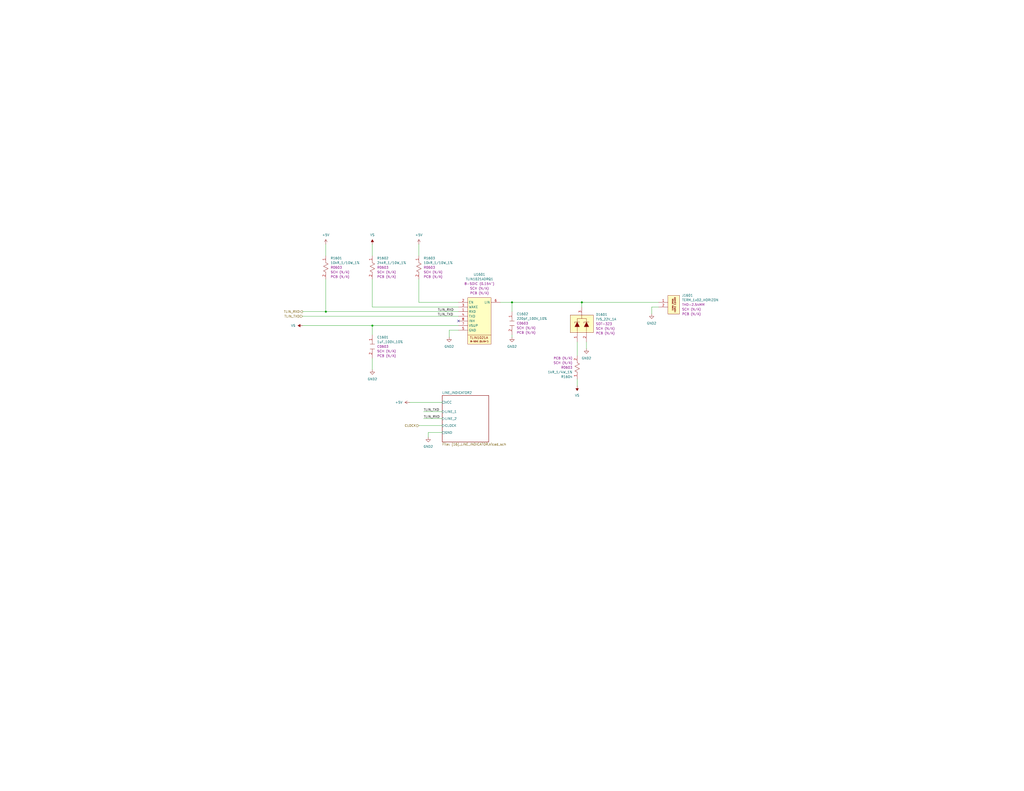
<source format=kicad_sch>
(kicad_sch (version 20231120) (generator "eeschema") (generator_version "8.0")
  (paper "C")
  (title_block (comment 2 "RELEASED"))
  (lib_symbols
    (symbol "_SCHLIB_ESP32-IsoLink:CAP_MLCC_1uF_100V_10%_X7R_C0603" (exclude_from_sim yes)
      (property "Reference" "C" (at 2.794 3.81 0))
      (property "Value" "1uF_100V_10%" (at 2.794 6.096 0))
      (property "Package" "C0603" (at 2.794 11.43 0))
      (property "SCH CHECK" "SCH (N/A)" (at 2.794 16.256 0))
      (property "PCB CHECk" "PCB (N/A)" (at 2.794 19.05 0))
      (symbol "CAP_MLCC_1uF_100V_10%_X7R_C0603_0_1"
        (polyline private (pts (xy 2.54 2.54) (xy 27.94 2.54)))
        (polyline private (pts (xy 2.54 5.08) (xy 27.94 5.08)))
        (polyline private (pts (xy 2.54 7.62) (xy 27.94 7.62)))
        (polyline private (pts (xy 2.54 10.16) (xy 27.94 10.16)))
        (polyline private (pts (xy 2.54 12.7) (xy 27.94 12.7)))
        (polyline private (pts (xy 2.54 15.24) (xy 27.94 15.24)))
        (polyline private (pts (xy 2.54 17.78) (xy 27.94 17.78)))
        (polyline private (pts (xy 2.54 20.32) (xy 27.94 20.32)))
        (polyline private (pts (xy 2.54 22.86) (xy 27.94 22.86)))
        (polyline private (pts (xy 2.54 25.4) (xy 27.94 25.4)))
        (polyline private (pts (xy 2.54 27.94) (xy 27.94 27.94)))
        (polyline private (pts (xy 2.54 30.48) (xy 27.94 30.48)))
        (polyline private (pts (xy 2.54 33.02) (xy 27.94 33.02)))
        (polyline private (pts (xy 2.54 35.56) (xy 27.94 35.56)))
        (polyline private (pts (xy 2.54 38.1) (xy 27.94 38.1)))
        (polyline private (pts (xy 2.54 40.64) (xy 27.94 40.64)))
        (polyline private (pts (xy 2.54 43.18) (xy 27.94 43.18)))
        (polyline private (pts (xy 2.54 45.72) (xy 27.94 45.72)))
        (polyline private (pts (xy 2.54 48.26) (xy 27.94 48.26)))
        (polyline private (pts (xy 2.54 50.8) (xy 27.94 50.8)))
        (polyline (pts (xy 5.08 1.27) (xy 5.08 -1.27)))
        (polyline (pts (xy 7.62 1.27) (xy 7.62 -1.27)))
      )
      (symbol "CAP_MLCC_1uF_100V_10%_X7R_C0603_1_1"
        (pin passive line (at 0 0 0) (length 5.08) (name "") (number "1"))
        (pin passive line (at 12.7 0 180) (length 5.08) (name "") (number "2"))
      )
    )
    (symbol "_SCHLIB_ESP32-IsoLink:CAP_MLCC_220pF_100V_10%_X7R_C0603" (exclude_from_sim yes)
      (property "Reference" "C" (at 2.794 3.81 0))
      (property "Value" "220pF_100V_10%" (at 2.794 6.096 0))
      (property "Package" "C0603" (at 2.794 11.43 0))
      (property "SCH CHECK" "SCH (N/A)" (at 2.794 16.256 0))
      (property "PCB CHECk" "PCB (N/A)" (at 2.794 19.05 0))
      (symbol "CAP_MLCC_220pF_100V_10%_X7R_C0603_0_1"
        (polyline private (pts (xy 2.54 2.54) (xy 27.94 2.54)))
        (polyline private (pts (xy 2.54 5.08) (xy 27.94 5.08)))
        (polyline private (pts (xy 2.54 7.62) (xy 27.94 7.62)))
        (polyline private (pts (xy 2.54 10.16) (xy 27.94 10.16)))
        (polyline private (pts (xy 2.54 12.7) (xy 27.94 12.7)))
        (polyline private (pts (xy 2.54 15.24) (xy 27.94 15.24)))
        (polyline private (pts (xy 2.54 17.78) (xy 27.94 17.78)))
        (polyline private (pts (xy 2.54 20.32) (xy 27.94 20.32)))
        (polyline private (pts (xy 2.54 22.86) (xy 27.94 22.86)))
        (polyline private (pts (xy 2.54 25.4) (xy 27.94 25.4)))
        (polyline private (pts (xy 2.54 27.94) (xy 27.94 27.94)))
        (polyline private (pts (xy 2.54 30.48) (xy 27.94 30.48)))
        (polyline private (pts (xy 2.54 33.02) (xy 27.94 33.02)))
        (polyline private (pts (xy 2.54 35.56) (xy 27.94 35.56)))
        (polyline private (pts (xy 2.54 38.1) (xy 27.94 38.1)))
        (polyline private (pts (xy 2.54 40.64) (xy 27.94 40.64)))
        (polyline private (pts (xy 2.54 43.18) (xy 27.94 43.18)))
        (polyline private (pts (xy 2.54 45.72) (xy 27.94 45.72)))
        (polyline private (pts (xy 2.54 48.26) (xy 27.94 48.26)))
        (polyline private (pts (xy 2.54 50.8) (xy 27.94 50.8)))
        (polyline (pts (xy 5.08 1.27) (xy 5.08 -1.27)))
        (polyline (pts (xy 7.62 1.27) (xy 7.62 -1.27)))
      )
      (symbol "CAP_MLCC_220pF_100V_10%_X7R_C0603_1_1"
        (pin passive line (at 0 0 0) (length 5.08) (name "") (number "1"))
        (pin passive line (at 12.7 0 180) (length 5.08) (name "") (number "2"))
      )
    )
    (symbol "_SCHLIB_ESP32-IsoLink:CONN_TERM BLK_1x2_150V_6A_HORIZON_THD-2.54MM" (exclude_from_sim yes)
      (property "Reference" "J" (at 2.794 3.81 0))
      (property "Value" "TERM_1x02_HORIZON" (at 2.794 6.096 0))
      (property "Package" "THD-2.54MM" (at 2.794 11.43 0))
      (property "SCH CHECK" "SCH (N/A)" (at 2.794 16.256 0))
      (property "PCB CHECk" "PCB (N/A)" (at 2.794 19.05 0))
      (symbol "CONN_TERM BLK_1x2_150V_6A_HORIZON_THD-2.54MM_0_1"
        (polyline private (pts (xy 2.54 2.54) (xy 27.94 2.54)))
        (polyline private (pts (xy 2.54 5.08) (xy 27.94 5.08)))
        (polyline private (pts (xy 2.54 7.62) (xy 27.94 7.62)))
        (polyline private (pts (xy 2.54 10.16) (xy 27.94 10.16)))
        (polyline private (pts (xy 2.54 12.7) (xy 27.94 12.7)))
        (polyline private (pts (xy 2.54 15.24) (xy 27.94 15.24)))
        (polyline private (pts (xy 2.54 17.78) (xy 27.94 17.78)))
        (polyline private (pts (xy 2.54 20.32) (xy 27.94 20.32)))
        (polyline private (pts (xy 2.54 22.86) (xy 27.94 22.86)))
        (polyline private (pts (xy 2.54 25.4) (xy 27.94 25.4)))
        (polyline private (pts (xy 2.54 27.94) (xy 27.94 27.94)))
        (polyline private (pts (xy 2.54 30.48) (xy 27.94 30.48)))
        (polyline private (pts (xy 2.54 33.02) (xy 27.94 33.02)))
        (polyline private (pts (xy 2.54 35.56) (xy 27.94 35.56)))
        (polyline private (pts (xy 2.54 38.1) (xy 27.94 38.1)))
        (polyline private (pts (xy 2.54 40.64) (xy 27.94 40.64)))
        (polyline private (pts (xy 2.54 43.18) (xy 27.94 43.18)))
        (polyline private (pts (xy 2.54 45.72) (xy 27.94 45.72)))
        (polyline private (pts (xy 2.54 48.26) (xy 27.94 48.26)))
        (polyline private (pts (xy 2.54 50.8) (xy 27.94 50.8)))
      )
      (symbol "CONN_TERM BLK_1x2_150V_6A_HORIZON_THD-2.54MM_1_1"
        (rectangle (start 0 0) (end 6.35 -10.16) (fill (type background)))
        (text "TERM 2POS\nHORIZ 2.54MM" (at 3.302 -5.08 900) (effects (font (size 0.762 0.762))))
        (pin passive line (at -5.08 -3.81 0) (length 5.08) (name "") (number "1"))
        (pin passive line (at -5.08 -6.35 0) (length 5.08) (name "") (number "2"))
      )
    )
    (symbol "_SCHLIB_ESP32-IsoLink:DIODE_TVS_MMBZ27VCWT3G_Uni-Dir_2CH_22V_25.65V_1A(10/1000µs)_SOT-323" (exclude_from_sim yes)
      (property "Reference" "D" (at 2.794 3.81 0))
      (property "Value" "TVS_22V_1A" (at 2.794 6.096 0))
      (property "Package" "SOT-323" (at 2.794 11.43 0))
      (property "SCH CHECK" "SCH (N/A)" (at 2.794 16.256 0))
      (property "PCB CHECk" "PCB (N/A)" (at 2.794 19.05 0))
      (symbol "DIODE_TVS_MMBZ27VCWT3G_Uni-Dir_2CH_22V_25.65V_1A(10/1000µs)_SOT-323_0_1"
        (polyline private (pts (xy 2.54 2.54) (xy 27.94 2.54)))
        (polyline private (pts (xy 2.54 5.08) (xy 27.94 5.08)))
        (polyline private (pts (xy 2.54 7.62) (xy 27.94 7.62)))
        (polyline private (pts (xy 2.54 10.16) (xy 27.94 10.16)))
        (polyline private (pts (xy 2.54 12.7) (xy 27.94 12.7)))
        (polyline private (pts (xy 2.54 15.24) (xy 27.94 15.24)))
        (polyline private (pts (xy 2.54 17.78) (xy 27.94 17.78)))
        (polyline private (pts (xy 2.54 20.32) (xy 27.94 20.32)))
        (polyline private (pts (xy 2.54 22.86) (xy 27.94 22.86)))
        (polyline private (pts (xy 2.54 25.4) (xy 27.94 25.4)))
        (polyline private (pts (xy 2.54 27.94) (xy 27.94 27.94)))
        (polyline private (pts (xy 2.54 30.48) (xy 27.94 30.48)))
        (polyline private (pts (xy 2.54 33.02) (xy 27.94 33.02)))
        (polyline private (pts (xy 2.54 35.56) (xy 27.94 35.56)))
        (polyline private (pts (xy 2.54 38.1) (xy 27.94 38.1)))
        (polyline private (pts (xy 2.54 40.64) (xy 27.94 40.64)))
        (polyline private (pts (xy 2.54 43.18) (xy 27.94 43.18)))
        (polyline private (pts (xy 2.54 45.72) (xy 27.94 45.72)))
        (polyline private (pts (xy 2.54 48.26) (xy 27.94 48.26)))
        (polyline private (pts (xy 2.54 50.8) (xy 27.94 50.8)))
      )
      (symbol "DIODE_TVS_MMBZ27VCWT3G_Uni-Dir_2CH_22V_25.65V_1A(10/1000µs)_SOT-323_1_1"
        (polyline (pts (xy 3.175 -8.89) (xy 0 -8.89)))
        (polyline (pts (xy 3.175 -3.81) (xy 0 -3.81)))
        (polyline (pts (xy 7.62 -6.35) (xy 8.89 -6.35)))
        (polyline (pts (xy 5.842 -10.287) (xy 5.842 -7.493) (xy 5.08 -7.493)))
        (polyline (pts (xy 5.842 -5.207) (xy 5.842 -2.413) (xy 5.08 -2.413)))
        (polyline (pts (xy 3.175 -7.62) (xy 3.175 -10.16) (xy 5.715 -8.89) (xy 3.175 -7.62)) (fill (type outline)))
        (polyline (pts (xy 3.175 -2.54) (xy 3.175 -5.08) (xy 5.715 -3.81) (xy 3.175 -2.54)) (fill (type outline)))
        (polyline (pts (xy 5.715 -3.81) (xy 7.62 -3.81) (xy 7.62 -8.89) (xy 5.715 -8.89)))
        (rectangle (start 0 0) (end 9.525 -12.7) (fill (type background)))
        (pin passive line (at -5.08 -3.81 0) (length 5.08) (name "") (number "1"))
        (pin passive line (at -5.08 -8.89 0) (length 5.08) (name "") (number "2"))
        (pin passive line (at 13.97 -6.35 180) (length 5.08) (name "") (number "3"))
      )
    )
    (symbol "_SCHLIB_ESP32-IsoLink:IC_Tranceiver_TLIN1021ADRQ1_LIN_Half-Duplex_1/1_8-SOIC (0.154{dblquote})" (exclude_from_sim yes)
      (property "Reference" "U" (at 2.794 3.81 0))
      (property "Value" "TLIN1021ADRQ1" (at 2.794 6.096 0))
      (property "Package" "8-SOIC (0.154\")" (at 2.794 11.43 0))
      (property "SCH CHECK" "SCH (N/A)" (at 2.794 16.256 0))
      (property "PCB CHECk" "PCB (N/A)" (at 2.794 19.05 0))
      (symbol "IC_Tranceiver_TLIN1021ADRQ1_LIN_Half-Duplex_1/1_8-SOIC (0.154{dblquote})_0_1"
        (polyline private (pts (xy 2.54 2.54) (xy 27.94 2.54)))
        (polyline private (pts (xy 2.54 5.08) (xy 27.94 5.08)))
        (polyline private (pts (xy 2.54 7.62) (xy 27.94 7.62)))
        (polyline private (pts (xy 2.54 10.16) (xy 27.94 10.16)))
        (polyline private (pts (xy 2.54 12.7) (xy 27.94 12.7)))
        (polyline private (pts (xy 2.54 15.24) (xy 27.94 15.24)))
        (polyline private (pts (xy 2.54 17.78) (xy 27.94 17.78)))
        (polyline private (pts (xy 2.54 20.32) (xy 27.94 20.32)))
        (polyline private (pts (xy 2.54 22.86) (xy 27.94 22.86)))
        (polyline private (pts (xy 2.54 25.4) (xy 27.94 25.4)))
        (polyline private (pts (xy 2.54 27.94) (xy 27.94 27.94)))
        (polyline private (pts (xy 2.54 30.48) (xy 27.94 30.48)))
        (polyline private (pts (xy 2.54 33.02) (xy 27.94 33.02)))
        (polyline private (pts (xy 2.54 35.56) (xy 27.94 35.56)))
        (polyline private (pts (xy 2.54 38.1) (xy 27.94 38.1)))
        (polyline private (pts (xy 2.54 40.64) (xy 27.94 40.64)))
        (polyline private (pts (xy 2.54 43.18) (xy 27.94 43.18)))
        (polyline private (pts (xy 2.54 45.72) (xy 27.94 45.72)))
        (polyline private (pts (xy 2.54 48.26) (xy 27.94 48.26)))
        (polyline private (pts (xy 2.54 50.8) (xy 27.94 50.8)))
      )
      (symbol "IC_Tranceiver_TLIN1021ADRQ1_LIN_Half-Duplex_1/1_8-SOIC (0.154{dblquote})_1_1"
        (polyline (pts (xy 0 -20.32) (xy 12.7 -20.32)))
        (rectangle (start 0 0) (end 12.7 -25.4) (fill (type background)))
        (text "8-SOIC (0.154\")" (at 6.35 -23.876 0) (effects (font (size 0.762 0.762))))
        (text "TLIN1021A" (at 6.096 -21.844 0) (effects (font (size 1.27 1.27))))
        (pin passive line (at -5.08 -7.62 0) (length 5.08) (name "RXD") (number "1"))
        (pin passive line (at -5.08 -2.54 0) (length 5.08) (name "EN") (number "2"))
        (pin passive line (at -5.08 -5.08 0) (length 5.08) (name "WAKE") (number "3"))
        (pin passive line (at -5.08 -10.16 0) (length 5.08) (name "TXD") (number "4"))
        (pin passive line (at -5.08 -17.78 0) (length 5.08) (name "GND") (number "5"))
        (pin passive line (at 17.78 -2.54 180) (length 5.08) (name "LIN") (number "6"))
        (pin passive line (at -5.08 -15.24 0) (length 5.08) (name "VSUP") (number "7"))
        (pin passive line (at -5.08 -12.7 0) (length 5.08) (name "INH") (number "8"))
      )
    )
    (symbol "_SCHLIB_ESP32-IsoLink:RES_10kR_1/10W_1%_R0603" (exclude_from_sim yes)
      (property "Reference" "R" (at 2.794 3.81 0))
      (property "Value" "10kR_1/10W_1%" (at 2.794 6.096 0))
      (property "Package" "R0603" (at 2.794 11.43 0))
      (property "SCH CHECK" "SCH (N/A)" (at 2.794 16.256 0))
      (property "PCB CHECk" "PCB (N/A)" (at 2.794 19.05 0))
      (symbol "RES_10kR_1/10W_1%_R0603_0_1"
        (polyline private (pts (xy 2.54 2.54) (xy 27.94 2.54)))
        (polyline private (pts (xy 2.54 5.08) (xy 27.94 5.08)))
        (polyline private (pts (xy 2.54 7.62) (xy 27.94 7.62)))
        (polyline private (pts (xy 2.54 10.16) (xy 27.94 10.16)))
        (polyline private (pts (xy 2.54 12.7) (xy 27.94 12.7)))
        (polyline private (pts (xy 2.54 15.24) (xy 27.94 15.24)))
        (polyline private (pts (xy 2.54 17.78) (xy 27.94 17.78)))
        (polyline private (pts (xy 2.54 20.32) (xy 27.94 20.32)))
        (polyline private (pts (xy 2.54 22.86) (xy 27.94 22.86)))
        (polyline private (pts (xy 2.54 25.4) (xy 27.94 25.4)))
        (polyline private (pts (xy 2.54 27.94) (xy 27.94 27.94)))
        (polyline private (pts (xy 2.54 30.48) (xy 27.94 30.48)))
        (polyline private (pts (xy 2.54 33.02) (xy 27.94 33.02)))
        (polyline private (pts (xy 2.54 35.56) (xy 27.94 35.56)))
        (polyline private (pts (xy 2.54 38.1) (xy 27.94 38.1)))
        (polyline private (pts (xy 2.54 40.64) (xy 27.94 40.64)))
        (polyline private (pts (xy 2.54 43.18) (xy 27.94 43.18)))
        (polyline private (pts (xy 2.54 45.72) (xy 27.94 45.72)))
        (polyline private (pts (xy 2.54 48.26) (xy 27.94 48.26)))
        (polyline private (pts (xy 2.54 50.8) (xy 27.94 50.8)))
        (polyline (pts (xy 3.81 0) (xy 4.445 1.27) (xy 5.715 -1.27) (xy 6.985 1.27) (xy 8.255 -1.27) (xy 8.89 0)))
      )
      (symbol "RES_10kR_1/10W_1%_R0603_1_1"
        (pin passive line (at 0 0 0) (length 3.81) (name "") (number "1"))
        (pin passive line (at 12.7 0 180) (length 3.81) (name "") (number "2"))
      )
    )
    (symbol "_SCHLIB_ESP32-IsoLink:RES_1kR_1/4W_1%_R0603" (exclude_from_sim yes)
      (property "Reference" "R" (at 2.794 3.81 0))
      (property "Value" "1kR_1/4W_1%" (at 2.794 6.096 0))
      (property "Package" "R0603" (at 2.794 11.43 0))
      (property "SCH CHECK" "SCH (N/A)" (at 2.794 16.256 0))
      (property "PCB CHECk" "PCB (N/A)" (at 2.794 19.05 0))
      (symbol "RES_1kR_1/4W_1%_R0603_0_1"
        (polyline private (pts (xy 2.54 2.54) (xy 27.94 2.54)))
        (polyline private (pts (xy 2.54 5.08) (xy 27.94 5.08)))
        (polyline private (pts (xy 2.54 7.62) (xy 27.94 7.62)))
        (polyline private (pts (xy 2.54 10.16) (xy 27.94 10.16)))
        (polyline private (pts (xy 2.54 12.7) (xy 27.94 12.7)))
        (polyline private (pts (xy 2.54 15.24) (xy 27.94 15.24)))
        (polyline private (pts (xy 2.54 17.78) (xy 27.94 17.78)))
        (polyline private (pts (xy 2.54 20.32) (xy 27.94 20.32)))
        (polyline private (pts (xy 2.54 22.86) (xy 27.94 22.86)))
        (polyline private (pts (xy 2.54 25.4) (xy 27.94 25.4)))
        (polyline private (pts (xy 2.54 27.94) (xy 27.94 27.94)))
        (polyline private (pts (xy 2.54 30.48) (xy 27.94 30.48)))
        (polyline private (pts (xy 2.54 33.02) (xy 27.94 33.02)))
        (polyline private (pts (xy 2.54 35.56) (xy 27.94 35.56)))
        (polyline private (pts (xy 2.54 38.1) (xy 27.94 38.1)))
        (polyline private (pts (xy 2.54 40.64) (xy 27.94 40.64)))
        (polyline private (pts (xy 2.54 43.18) (xy 27.94 43.18)))
        (polyline private (pts (xy 2.54 45.72) (xy 27.94 45.72)))
        (polyline private (pts (xy 2.54 48.26) (xy 27.94 48.26)))
        (polyline private (pts (xy 2.54 50.8) (xy 27.94 50.8)))
        (polyline (pts (xy 3.81 0) (xy 4.445 1.27) (xy 5.715 -1.27) (xy 6.985 1.27) (xy 8.255 -1.27) (xy 8.89 0)))
      )
      (symbol "RES_1kR_1/4W_1%_R0603_1_1"
        (pin passive line (at 0 0 0) (length 3.81) (name "") (number "1"))
        (pin passive line (at 12.7 0 180) (length 3.81) (name "") (number "2"))
      )
    )
    (symbol "_SCHLIB_ESP32-IsoLink:RES_24kR_1/10W_1%_R0603" (exclude_from_sim yes)
      (property "Reference" "R" (at 2.794 3.81 0))
      (property "Value" "24kR_1/10W_1%" (at 2.794 6.096 0))
      (property "Package" "R0603" (at 2.794 11.43 0))
      (property "SCH CHECK" "SCH (N/A)" (at 2.794 16.256 0))
      (property "PCB CHECk" "PCB (N/A)" (at 2.794 19.05 0))
      (symbol "RES_24kR_1/10W_1%_R0603_0_1"
        (polyline private (pts (xy 2.54 2.54) (xy 27.94 2.54)))
        (polyline private (pts (xy 2.54 5.08) (xy 27.94 5.08)))
        (polyline private (pts (xy 2.54 7.62) (xy 27.94 7.62)))
        (polyline private (pts (xy 2.54 10.16) (xy 27.94 10.16)))
        (polyline private (pts (xy 2.54 12.7) (xy 27.94 12.7)))
        (polyline private (pts (xy 2.54 15.24) (xy 27.94 15.24)))
        (polyline private (pts (xy 2.54 17.78) (xy 27.94 17.78)))
        (polyline private (pts (xy 2.54 20.32) (xy 27.94 20.32)))
        (polyline private (pts (xy 2.54 22.86) (xy 27.94 22.86)))
        (polyline private (pts (xy 2.54 25.4) (xy 27.94 25.4)))
        (polyline private (pts (xy 2.54 27.94) (xy 27.94 27.94)))
        (polyline private (pts (xy 2.54 30.48) (xy 27.94 30.48)))
        (polyline private (pts (xy 2.54 33.02) (xy 27.94 33.02)))
        (polyline private (pts (xy 2.54 35.56) (xy 27.94 35.56)))
        (polyline private (pts (xy 2.54 38.1) (xy 27.94 38.1)))
        (polyline private (pts (xy 2.54 40.64) (xy 27.94 40.64)))
        (polyline private (pts (xy 2.54 43.18) (xy 27.94 43.18)))
        (polyline private (pts (xy 2.54 45.72) (xy 27.94 45.72)))
        (polyline private (pts (xy 2.54 48.26) (xy 27.94 48.26)))
        (polyline private (pts (xy 2.54 50.8) (xy 27.94 50.8)))
        (polyline (pts (xy 3.81 0) (xy 4.445 1.27) (xy 5.715 -1.27) (xy 6.985 1.27) (xy 8.255 -1.27) (xy 8.89 0)))
      )
      (symbol "RES_24kR_1/10W_1%_R0603_1_1"
        (pin passive line (at 0 0 0) (length 3.81) (name "") (number "1"))
        (pin passive line (at 12.7 0 180) (length 3.81) (name "") (number "2"))
      )
    )
    (symbol "power:+5V" (power) (pin_numbers hide) (pin_names (offset 0) hide)
      (property "Value" "+5V" (at 0 3.556 0))
      (symbol "+5V_0_1"
        (polyline (pts (xy -0.762 1.27) (xy 0 2.54)))
        (polyline (pts (xy 0 0) (xy 0 2.54)))
        (polyline (pts (xy 0 2.54) (xy 0.762 1.27)))
      )
      (symbol "+5V_1_1"
        (pin power_in line (at 0 0 90) (length 0) (name "~") (number "1"))
      )
    )
    (symbol "power:GND2" (power) (pin_numbers hide) (pin_names (offset 0) hide)
      (property "Value" "GND2" (at 0 -3.81 0))
      (symbol "GND2_0_1"
        (polyline (pts (xy 0 0) (xy 0 -1.27) (xy 1.27 -1.27) (xy 0 -2.54) (xy -1.27 -1.27) (xy 0 -1.27)))
      )
      (symbol "GND2_1_1"
        (pin power_in line (at 0 0 270) (length 0) (name "~") (number "1"))
      )
    )
    (symbol "power:VS" (power) (pin_numbers hide) (pin_names (offset 0) hide)
      (property "Value" "VS" (at 0 3.556 0))
      (symbol "VS_0_1"
        (polyline (pts (xy 0 0) (xy 0 2.54)))
        (polyline (pts (xy 0.762 1.27) (xy -0.762 1.27) (xy 0 2.54) (xy 0.762 1.27)) (fill (type outline)))
      )
      (symbol "VS_1_1"
        (pin power_in line (at 0 0 90) (length 0) (name "~") (number "1"))
      )
    )
  )
  (junction (at 317.5 165.1))
  (junction (at 203.2 177.8))
  (junction (at 177.8 170.18))
  (junction (at 279.4 165.1))
  (no_connect (at 250.19 175.26))
  (wire (pts (xy 355.6 167.64) (xy 359.41 167.64)))
  (wire (pts (xy 320.04 190.5) (xy 320.04 186.69)))
  (wire (pts (xy 177.8 152.4) (xy 177.8 170.18)))
  (wire (pts (xy 245.11 184.15) (xy 245.11 180.34)))
  (wire (pts (xy 231.14 224.79) (xy 241.3 224.79)))
  (wire (pts (xy 233.68 236.22) (xy 233.68 238.76)))
  (wire (pts (xy 228.6 133.35) (xy 228.6 139.7)))
  (wire (pts (xy 314.96 194.31) (xy 314.96 186.69)))
  (wire (pts (xy 203.2 152.4) (xy 203.2 167.64)))
  (wire (pts (xy 355.6 171.45) (xy 355.6 167.64)))
  (wire (pts (xy 231.14 228.6) (xy 241.3 228.6)))
  (wire (pts (xy 165.1 177.8) (xy 203.2 177.8)))
  (wire (pts (xy 177.8 133.35) (xy 177.8 139.7)))
  (wire (pts (xy 314.96 210.82) (xy 314.96 207.01)))
  (wire (pts (xy 245.11 180.34) (xy 250.19 180.34)))
  (wire (pts (xy 279.4 165.1) (xy 273.05 165.1)))
  (wire (pts (xy 317.5 165.1) (xy 317.5 167.64)))
  (wire (pts (xy 241.3 236.22) (xy 233.68 236.22)))
  (wire (pts (xy 279.4 165.1) (xy 279.4 170.18)))
  (wire (pts (xy 317.5 165.1) (xy 359.41 165.1)))
  (wire (pts (xy 228.6 152.4) (xy 228.6 165.1)))
  (wire (pts (xy 203.2 177.8) (xy 203.2 182.88)))
  (wire (pts (xy 228.6 232.41) (xy 241.3 232.41)))
  (wire (pts (xy 177.8 170.18) (xy 250.19 170.18)))
  (wire (pts (xy 203.2 133.35) (xy 203.2 139.7)))
  (wire (pts (xy 203.2 177.8) (xy 250.19 177.8)))
  (wire (pts (xy 279.4 165.1) (xy 317.5 165.1)))
  (wire (pts (xy 228.6 165.1) (xy 250.19 165.1)))
  (wire (pts (xy 203.2 167.64) (xy 250.19 167.64)))
  (wire (pts (xy 203.2 201.93) (xy 203.2 195.58)))
  (wire (pts (xy 165.1 172.72) (xy 250.19 172.72)))
  (wire (pts (xy 165.1 170.18) (xy 177.8 170.18)))
  (wire (pts (xy 279.4 184.15) (xy 279.4 182.88)))
  (wire (pts (xy 223.52 219.71) (xy 241.3 219.71)))
  (label "TLIN_TXD" (at 231.14 224.79 0))
  (label "TLIN_RXD" (at 238.76 170.18 0))
  (label "TLIN_RXD" (at 231.14 228.6 0))
  (label "TLIN_TXD" (at 238.76 172.72 0))
  (hierarchical_label "TLIN_TXD" (shape input) (at 165.1 172.72 180))
  (hierarchical_label "CLOCK" (shape input) (at 228.6 232.41 180))
  (hierarchical_label "TLIN_RXD" (shape output) (at 165.1 170.18 180))
  (symbol (lib_id "power:GND2") (at 320.04 190.5 0) (unit 1)
    (property "Reference" "#PWR01611" (effects (hide yes)))
    (property "Value" "GND2" (at 320.04 195.58 0))
    (property "Description" "Power symbol creates a global label with name \"GND2\" , ground" (effects (hide yes)))
  )
  (symbol (lib_id "power:+5V") (at 223.52 219.71 90) (unit 1)
    (property "Reference" "#PWR01605" (effects (hide yes)))
    (property "Value" "+5V" (at 219.71 219.7099 90) (effects (justify left)))
    (property "Description" "Power symbol creates a global label with name \"+5V\"" (effects (hide yes)))
  )
  (symbol (lib_id "_SCHLIB_ESP32-IsoLink:CAP_MLCC_1uF_100V_10%_X7R_C0603") (at 203.2 182.88 270) (unit 1) (exclude_from_sim yes)
    (property "Reference" "C1601" (at 205.74 184.1499 90) (effects (justify left)))
    (property "Value" "1uF_100V_10%" (at 205.74 186.6899 90) (effects (justify left)))
    (property "Footprint" "_PCBLIB_ESP32-IsoLink:C_0603_1608Metric" (effects (hide yes)))
    (property "Datasheet" "https://search.murata.co.jp/Ceramy/image/img/A01X/G101/ENG/GRM188D72A105ME01-01A.pdf" (effects (hide yes)))
    (property "Description" "1 µF ±20% 100V Ceramic Capacitor X7T 0603 (1608 Metric)" (effects (hide yes)))
    (property "Package" "C0603" (at 205.74 189.2299 90) (effects (justify left)))
    (property "Manufacturer 1" "Murata Electronics" (effects (hide yes)))
    (property "MPN 1" "GRM188D72A105ME01W" (effects (hide yes)))
    (property "Vendor 1 Part# - TR" "490-GRM188D72A105ME01WTR-ND" (effects (hide yes)))
    (property "Vendor 1 Part# - CT" "490-GRM188D72A105ME01WCT-ND" (effects (hide yes)))
    (property "Vendor 1" "Digikey" (effects (hide yes)))
    (property "Purchase Link 1" "https://www.digikey.ca/en/products/detail/murata-electronics/GRM188D72A105ME01W/22528369" (effects (hide yes)))
    (property "Manufacturer 2" "HRE" (effects (hide yes)))
    (property "MPN 2" "CGA0603X5R105K500JT" (effects (hide yes)))
    (property "Vendor 2 Part# - TR" "C6119852" (effects (hide yes)))
    (property "Vendor 2 Part# - CT" "C6119852" (effects (hide yes)))
    (property "Vendor 2" "LCSC Electronics" (effects (hide yes)))
    (property "Purchase Link 2" "https://www.lcsc.com/product-detail/Multilayer-Ceramic-Capacitors-MLCC-SMD-SMT_HRE-CGA0603X5R105K500JT_C6119852.html?s_z=n_mlcc" (effects (hide yes)))
    (property "SCH CHECK" "SCH (N/A)" (at 205.74 191.7699 90) (effects (justify left)))
    (property "PCB CHECk" "PCB (N/A)" (at 205.74 194.3099 90) (effects (justify left)))
  )
  (symbol (lib_id "power:GND2") (at 355.6 171.45 0) (unit 1)
    (property "Reference" "#PWR01612" (effects (hide yes)))
    (property "Value" "GND2" (at 355.6 176.53 0))
    (property "Description" "Power symbol creates a global label with name \"GND2\" , ground" (effects (hide yes)))
  )
  (symbol (lib_id "power:+5V") (at 177.8 133.35 0) (unit 1)
    (property "Reference" "#PWR01602" (effects (hide yes)))
    (property "Value" "+5V" (at 177.8 128.27 0))
    (property "Description" "Power symbol creates a global label with name \"+5V\"" (effects (hide yes)))
  )
  (symbol (lib_id "_SCHLIB_ESP32-IsoLink:RES_10kR_1/10W_1%_R0603") (at 228.6 139.7 270) (unit 1) (exclude_from_sim yes)
    (property "Reference" "R1603" (at 231.14 140.9699 90) (effects (justify left)))
    (property "Value" "10kR_1/10W_1%" (at 231.14 143.5099 90) (effects (justify left)))
    (property "Footprint" "_PCBLIB_ESP32-IsoLink:R_0603_1608Metric" (effects (hide yes)))
    (property "Datasheet" "https://industrial.panasonic.com/cdbs/www-data/pdf/RDA0000/AOA0000C304.pdf" (effects (hide yes)))
    (property "Description" "10 kOhms ±1% 0.1W, 1/10W Chip Resistor 0603 (1608 Metric) Automotive AEC-Q200 Thick Film" (effects (hide yes)))
    (property "Package" "R0603" (at 231.14 146.0499 90) (effects (justify left)))
    (property "Manufacturer 1" "Panasonic Electronic Components" (effects (hide yes)))
    (property "MPN 1" "ERJ-3EKF1002V" (effects (hide yes)))
    (property "Vendor 1 Part# - TR" "P10.0KHTR-ND" (effects (hide yes)))
    (property "Vendor 1 Part# - CT" "P10.0KHCT-ND" (effects (hide yes)))
    (property "Vendor 1" "Digikey" (effects (hide yes)))
    (property "Purchase Link 1" "https://www.digikey.ca/en/products/detail/panasonic-electronic-components/ERJ-3EKF1002V/196066" (effects (hide yes)))
    (property "Manufacturer 2" "YAGEO" (effects (hide yes)))
    (property "MPN 2" "RC0603FR-0710KL" (effects (hide yes)))
    (property "Vendor 2 Part# - TR" "C98220" (effects (hide yes)))
    (property "Vendor 2 Part# - CT" "C98220" (effects (hide yes)))
    (property "Vendor 2" "LCSC Electronics" (effects (hide yes)))
    (property "Purchase Link 2" "https://www.lcsc.com/product-detail/Chip-Resistor-Surface-Mount_YAGEO-RC0603FR-0710KL_C98220.html" (effects (hide yes)))
    (property "SCH CHECK" "SCH (N/A)" (at 231.14 148.5899 90) (effects (justify left)))
    (property "PCB CHECk" "PCB (N/A)" (at 231.14 151.1299 90) (effects (justify left)))
  )
  (symbol (lib_id "power:GND2") (at 279.4 184.15 0) (unit 1)
    (property "Reference" "#PWR01609" (effects (hide yes)))
    (property "Value" "GND2" (at 279.4 189.23 0))
    (property "Description" "Power symbol creates a global label with name \"GND2\" , ground" (effects (hide yes)))
  )
  (symbol (lib_id "_SCHLIB_ESP32-IsoLink:CAP_MLCC_220pF_100V_10%_X7R_C0603") (at 279.4 170.18 270) (unit 1) (exclude_from_sim yes)
    (property "Reference" "C1602" (at 281.94 171.4499 90) (effects (justify left)))
    (property "Value" "220pF_100V_10%" (at 281.94 173.9899 90) (effects (justify left)))
    (property "Footprint" "_PCBLIB_ESP32-IsoLink:C_0603_1608Metric" (effects (hide yes)))
    (property "Datasheet" "https://search.kemet.com/download/datasheet/C0603C221K1RAC7867" (effects (hide yes)))
    (property "Description" "220 pF ±10% 100V Ceramic Capacitor X7R 0603 (1608 Metric)" (effects (hide yes)))
    (property "Package" "C0603" (at 281.94 176.5299 90) (effects (justify left)))
    (property "Manufacturer 1" "KEMET" (effects (hide yes)))
    (property "MPN 1" "C0603C221K1RACTU" (effects (hide yes)))
    (property "Vendor 1 Part# - TR" "399-C0603C221K1RACTUTR-ND" (effects (hide yes)))
    (property "Vendor 1 Part# - CT" "399-C0603C221K1RACTUCT-ND" (effects (hide yes)))
    (property "Vendor 1" "Digikey" (effects (hide yes)))
    (property "Purchase Link 1" "https://www.digikey.ca/en/products/detail/kemet/C0603C221K1RACTU/2200223" (effects (hide yes)))
    (property "Manufacturer 2" "CCTC" (effects (hide yes)))
    (property "MPN 2" "TCC0603X7R221K101CT" (effects (hide yes)))
    (property "Vendor 2 Part# - TR" "C376820" (effects (hide yes)))
    (property "Vendor 2 Part# - CT" "C376820" (effects (hide yes)))
    (property "Vendor 2" "LCSC Electronics" (effects (hide yes)))
    (property "Purchase Link 2" "https://www.lcsc.com/product-detail/Multilayer-Ceramic-Capacitors-MLCC-SMD-SMT_CCTC-TCC0603X7R221K101CT_C376820.html?s_z=n_mlcc" (effects (hide yes)))
    (property "SCH CHECK" "SCH (N/A)" (at 281.94 179.0699 90) (effects (justify left)))
    (property "PCB CHECk" "PCB (N/A)" (at 281.94 181.6099 90) (effects (justify left)))
  )
  (symbol (lib_id "power:VS") (at 203.2 133.35 0) (unit 1)
    (property "Reference" "#PWR01603" (effects (hide yes)))
    (property "Value" "VS" (at 203.2 128.27 0))
    (property "Description" "Power symbol creates a global label with name \"VS\"" (effects (hide yes)))
  )
  (symbol (lib_id "power:VS") (at 314.96 210.82 180) (unit 1)
    (property "Reference" "#PWR01610" (effects (hide yes)))
    (property "Value" "VS" (at 314.96 215.9 0))
    (property "Description" "Power symbol creates a global label with name \"VS\"" (effects (hide yes)))
  )
  (symbol (lib_id "power:+5V") (at 228.6 133.35 0) (unit 1)
    (property "Reference" "#PWR01606" (effects (hide yes)))
    (property "Value" "+5V" (at 228.6 128.27 0))
    (property "Description" "Power symbol creates a global label with name \"+5V\"" (effects (hide yes)))
  )
  (symbol (lib_id "power:GND2") (at 203.2 201.93 0) (unit 1)
    (property "Reference" "#PWR01604" (effects (hide yes)))
    (property "Value" "GND2" (at 203.2 207.01 0))
    (property "Description" "Power symbol creates a global label with name \"GND2\" , ground" (effects (hide yes)))
  )
  (symbol (lib_id "_SCHLIB_ESP32-IsoLink:RES_24kR_1/10W_1%_R0603") (at 203.2 139.7 270) (unit 1) (exclude_from_sim yes)
    (property "Reference" "R1602" (at 205.74 140.9699 90) (effects (justify left)))
    (property "Value" "24kR_1/10W_1%" (at 205.74 143.5099 90) (effects (justify left)))
    (property "Footprint" "_PCBLIB_ESP32-IsoLink:R_0603_1608Metric" (effects (hide yes)))
    (property "Datasheet" "https://www.seielect.com/catalog/sei-rmcf_rmcp.pdf" (effects (hide yes)))
    (property "Description" "24 kOhms ±1% 0.1W, 1/10W Chip Resistor 0603 (1608 Metric) Automotive AEC-Q200 Thick Film" (effects (hide yes)))
    (property "Package" "R0603" (at 205.74 146.0499 90) (effects (justify left)))
    (property "Manufacturer 1" "Stackpole Electronics Inc" (effects (hide yes)))
    (property "MPN 1" "RMCF0603FG24K0" (effects (hide yes)))
    (property "Vendor 1 Part# - TR" "RMCF0603FG24K0TR-ND" (effects (hide yes)))
    (property "Vendor 1 Part# - CT" "RMCF0603FG24K0CT-ND" (effects (hide yes)))
    (property "Vendor 1" "Digikey" (effects (hide yes)))
    (property "Purchase Link 1" "https://www.digikey.ca/en/products/detail/stackpole-electronics-inc/RMCF0603FG24K0/1713826" (effects (hide yes)))
    (property "Manufacturer 2" "YAGEO" (effects (hide yes)))
    (property "MPN 2" "RC0603FR-0724KL" (effects (hide yes)))
    (property "Vendor 2 Part# - TR" "C137760" (effects (hide yes)))
    (property "Vendor 2 Part# - CT" "C137760" (effects (hide yes)))
    (property "Vendor 2" "LCSC Electronics" (effects (hide yes)))
    (property "Purchase Link 2" "https://www.lcsc.com/product-detail/Chip-Resistor-Surface-Mount_YAGEO-RC0603FR-0724KL_C137760.html" (effects (hide yes)))
    (property "SCH CHECK" "SCH (N/A)" (at 205.74 148.5899 90) (effects (justify left)))
    (property "PCB CHECk" "PCB (N/A)" (at 205.74 151.1299 90) (effects (justify left)))
  )
  (symbol (lib_id "power:GND2") (at 233.68 238.76 0) (unit 1)
    (property "Reference" "#PWR01607" (effects (hide yes)))
    (property "Value" "GND2" (at 233.68 243.84 0))
    (property "Description" "Power symbol creates a global label with name \"GND2\" , ground" (effects (hide yes)))
  )
  (symbol (lib_id "power:GND2") (at 245.11 184.15 0) (unit 1)
    (property "Reference" "#PWR01608" (effects (hide yes)))
    (property "Value" "GND2" (at 245.11 189.23 0))
    (property "Description" "Power symbol creates a global label with name \"GND2\" , ground" (effects (hide yes)))
  )
  (symbol (lib_id "_SCHLIB_ESP32-IsoLink:DIODE_TVS_MMBZ27VCWT3G_Uni-Dir_2CH_22V_25.65V_1A(10/1000µs)_SOT-323") (at 311.15 181.61 90) (unit 1) (exclude_from_sim yes)
    (property "Reference" "D1601" (at 325.12 171.7674 90) (effects (justify right)))
    (property "Value" "TVS_22V_1A" (at 325.12 174.3074 90) (effects (justify right)))
    (property "Footprint" "_PCBLIB_ESP32-IsoLink:SOT-323_SC-70" (effects (hide yes)))
    (property "Datasheet" "https://www.onsemi.com/pdf/datasheet/mmbz27vcw-d.pdf" (effects (hide yes)))
    (property "Description" "38V Clamp 1A Ipp Tvs Diode Surface Mount SC-70-3 (SOT323)" (effects (hide yes)))
    (property "Package" "SOT-323" (at 325.12 176.8474 90) (effects (justify right)))
    (property "Manufacturer 1" "onsemi" (effects (hide yes)))
    (property "MPN 1" "MMBZ27VCWT3G" (effects (hide yes)))
    (property "Vendor 1 Part# - TR" "488-MMBZ27VCWT3GTR-ND" (effects (hide yes)))
    (property "Vendor 1 Part# - CT" "488-MMBZ27VCWT3GCT-ND" (effects (hide yes)))
    (property "Vendor 1" "Digikey" (effects (hide yes)))
    (property "Purchase Link 1" "https://www.digikey.ca/en/products/detail/onsemi/MMBZ27VCWT3G/15860217" (effects (hide yes)))
    (property "Manufacturer 2" "Diodes Incorporated" (effects (hide yes)))
    (property "MPN 2" "MMBZ5251BW-7-F" (effects (hide yes)))
    (property "Vendor 2 Part# - TR" "C5249094" (effects (hide yes)))
    (property "Vendor 2 Part# - CT" "C5249094" (effects (hide yes)))
    (property "Vendor 2" "LCSC Electronics" (effects (hide yes)))
    (property "Purchase Link 2" "https://www.lcsc.com/product-detail/Zener-Diodes_Diodes-Incorporated-MMBZ5251BW-7-F_C5249094.html?s_z=n_zener" (effects (hide yes)))
    (property "SCH CHECK" "SCH (N/A)" (at 325.12 179.3874 90) (effects (justify right)))
    (property "PCB CHECk" "PCB (N/A)" (at 325.12 181.9274 90) (effects (justify right)))
  )
  (symbol (lib_id "_SCHLIB_ESP32-IsoLink:RES_1kR_1/4W_1%_R0603") (at 314.96 207.01 90) (unit 1) (exclude_from_sim yes)
    (property "Reference" "R1604" (at 312.42 205.7401 90) (effects (justify left)))
    (property "Value" "1kR_1/4W_1%" (at 312.42 203.2001 90) (effects (justify left)))
    (property "Footprint" "_PCBLIB_ESP32-IsoLink:R_0603_1608Metric" (effects (hide yes)))
    (property "Datasheet" "https://www.vishay.com/docs/20065/rcse3.pdf" (effects (hide yes)))
    (property "Description" "1 kOhms ±1% 0.25W, 1/4W Chip Resistor 0603 (1608 Metric) Automotive AEC-Q200, Pulse Withstanding Thick Film" (effects (hide yes)))
    (property "Package" "R0603" (at 312.42 200.6601 90) (effects (justify left)))
    (property "Manufacturer 1" "Vishay Dale" (effects (hide yes)))
    (property "MPN 1" "RCS06031K00FKEA" (effects (hide yes)))
    (property "Vendor 1 Part# - TR" "541-2788-2-ND" (effects (hide yes)))
    (property "Vendor 1 Part# - CT" "541-2788-1-ND" (effects (hide yes)))
    (property "Vendor 1" "Digikey" (effects (hide yes)))
    (property "Purchase Link 1" "https://www.digikey.ca/en/products/detail/vishay-dale/RCS06031K00FKEA/5866934" (effects (hide yes)))
    (property "Manufacturer 2" "ROHM Semicon" (effects (hide yes)))
    (property "MPN 2" "ESR03EZPF1001" (effects (hide yes)))
    (property "Vendor 2 Part# - TR" "C2653986" (effects (hide yes)))
    (property "Vendor 2 Part# - CT" "C2653986" (effects (hide yes)))
    (property "Vendor 2" "LCSC Electronics" (effects (hide yes)))
    (property "Purchase Link 2" "https://www.lcsc.com/product-detail/Chip-Resistor-Surface-Mount_ROHM-Semicon-ESR03EZPF1001_C2653986.html" (effects (hide yes)))
    (property "SCH CHECK" "SCH (N/A)" (at 312.42 198.1201 90) (effects (justify left)))
    (property "PCB CHECk" "PCB (N/A)" (at 312.42 195.5801 90) (effects (justify left)))
  )
  (symbol (lib_id "_SCHLIB_ESP32-IsoLink:RES_10kR_1/10W_1%_R0603") (at 177.8 139.7 270) (unit 1) (exclude_from_sim yes)
    (property "Reference" "R1601" (at 180.34 140.9699 90) (effects (justify left)))
    (property "Value" "10kR_1/10W_1%" (at 180.34 143.5099 90) (effects (justify left)))
    (property "Footprint" "_PCBLIB_ESP32-IsoLink:R_0603_1608Metric" (effects (hide yes)))
    (property "Datasheet" "https://industrial.panasonic.com/cdbs/www-data/pdf/RDA0000/AOA0000C304.pdf" (effects (hide yes)))
    (property "Description" "10 kOhms ±1% 0.1W, 1/10W Chip Resistor 0603 (1608 Metric) Automotive AEC-Q200 Thick Film" (effects (hide yes)))
    (property "Package" "R0603" (at 180.34 146.0499 90) (effects (justify left)))
    (property "Manufacturer 1" "Panasonic Electronic Components" (effects (hide yes)))
    (property "MPN 1" "ERJ-3EKF1002V" (effects (hide yes)))
    (property "Vendor 1 Part# - TR" "P10.0KHTR-ND" (effects (hide yes)))
    (property "Vendor 1 Part# - CT" "P10.0KHCT-ND" (effects (hide yes)))
    (property "Vendor 1" "Digikey" (effects (hide yes)))
    (property "Purchase Link 1" "https://www.digikey.ca/en/products/detail/panasonic-electronic-components/ERJ-3EKF1002V/196066" (effects (hide yes)))
    (property "Manufacturer 2" "YAGEO" (effects (hide yes)))
    (property "MPN 2" "RC0603FR-0710KL" (effects (hide yes)))
    (property "Vendor 2 Part# - TR" "C98220" (effects (hide yes)))
    (property "Vendor 2 Part# - CT" "C98220" (effects (hide yes)))
    (property "Vendor 2" "LCSC Electronics" (effects (hide yes)))
    (property "Purchase Link 2" "https://www.lcsc.com/product-detail/Chip-Resistor-Surface-Mount_YAGEO-RC0603FR-0710KL_C98220.html" (effects (hide yes)))
    (property "SCH CHECK" "SCH (N/A)" (at 180.34 148.5899 90) (effects (justify left)))
    (property "PCB CHECk" "PCB (N/A)" (at 180.34 151.1299 90) (effects (justify left)))
  )
  (symbol (lib_id "power:VS") (at 165.1 177.8 90) (unit 1)
    (property "Reference" "#PWR01601" (effects (hide yes)))
    (property "Value" "VS" (at 161.29 177.7999 90) (effects (justify left)))
    (property "Description" "Power symbol creates a global label with name \"VS\"" (effects (hide yes)))
  )
  (symbol (lib_id "_SCHLIB_ESP32-IsoLink:CONN_TERM BLK_1x2_150V_6A_HORIZON_THD-2.54MM") (at 364.49 161.29 0) (unit 1) (exclude_from_sim yes)
    (property "Reference" "J1601" (at 372.11 161.2899 0) (effects (justify left)))
    (property "Value" "TERM_1x02_HORIZON" (at 372.11 163.8299 0) (effects (justify left)))
    (property "Footprint" "_PCBLIB_ESP32-IsoLink:TerminalBlock-2.54-2P_1x02_P2.54mm_Horizontal" (effects (hide yes)))
    (property "Datasheet" "https://www.we-online.com/katalog/datasheet/6912109100xx.pdf" (effects (hide yes)))
    (property "Description" "2 Position Wire to Board Terminal Block Horizontal with Board 0.100\" (2.54mm) Through Hole" (effects (hide yes)))
    (property "Package" "THD-2.54MM" (at 372.11 166.3699 0) (effects (justify left)))
    (property "Manufacturer 1" "Würth Elektronik" (effects (hide yes)))
    (property "MPN 1" "691210910002" (effects (hide yes)))
    (property "Vendor 1 Part# - TR" "732-691210910002-ND" (effects (hide yes)))
    (property "Vendor 1 Part# - CT" "732-691210910002-ND" (effects (hide yes)))
    (property "Vendor 1" "Digikey" (effects (hide yes)))
    (property "Purchase Link 1" "https://www.digikey.ca/en/products/detail/w%C3%BCrth-elektronik/691210910002/10668428" (effects (hide yes)))
    (property "Manufacturer 2" "MAX" (effects (hide yes)))
    (property "MPN 2" "MX128-2.54-02P-GN01-Cu-Y-A" (effects (hide yes)))
    (property "Vendor 2 Part# - TR" "C5188442" (effects (hide yes)))
    (property "Vendor 2 Part# - CT" "C5188442" (effects (hide yes)))
    (property "Vendor 2" "LCSC Electronics" (effects (hide yes)))
    (property "Purchase Link 2" "https://www.lcsc.com/product-detail/Screw-Terminal-Blocks_MAX-MX128-2-54-02P-GN01-Cu-Y-A_C5188442.html?s_z=n_2.54mm" (effects (hide yes)))
    (property "SCH CHECK" "SCH (N/A)" (at 372.11 168.9099 0) (effects (justify left)))
    (property "PCB CHECk" "PCB (N/A)" (at 372.11 171.4499 0) (effects (justify left)))
  )
  (symbol (lib_id "_SCHLIB_ESP32-IsoLink:IC_Tranceiver_TLIN1021ADRQ1_LIN_Half-Duplex_1/1_8-SOIC (0.154{dblquote})") (at 255.27 162.56 0) (unit 1) (exclude_from_sim yes)
    (property "Reference" "U1601" (at 261.62 149.86 0))
    (property "Value" "TLIN1021ADRQ1" (at 261.62 152.4 0))
    (property "Footprint" "_PCBLIB_ESP32-IsoLink:SOIC-8_3.9x4.9mm_P1.27mm" (effects (hide yes)))
    (property "Datasheet" "https://www.ti.com/lit/ds/symlink/tlin1021a-q1.pdf?ts=1698763034141&ref_url=https%253A%252F%252Fwww.ti.com%252Fsitesearch%252Fen-us%252Fdocs%252Funiversalsearch.tsp%253FlangPref%253Den-US%2526searchTerm%253DTLIN1021ADDFRQ1%2526nr%253D2" (effects (hide yes)))
    (property "Description" "1/1 Transceiver Half LIN 8-SOIC" (effects (hide yes)))
    (property "Package" "8-SOIC (0.154\")" (at 261.62 154.94 0))
    (property "Manufacturer 1" "Texas Instruments" (effects (hide yes)))
    (property "MPN 1" "TLIN1021ADRQ1" (effects (hide yes)))
    (property "Vendor 1 Part# - TR" "296-TLIN1021ADRQ1TR-ND" (effects (hide yes)))
    (property "Vendor 1 Part# - CT" "296-TLIN1021ADRQ1CT-ND" (effects (hide yes)))
    (property "Vendor 1" "Digikey" (effects (hide yes)))
    (property "Purchase Link 1" "https://www.digikey.ca/en/products/detail/texas-instruments/TLIN1021ADRQ1/21298787" (effects (hide yes)))
    (property "Manufacturer 2" "SIT" (effects (hide yes)))
    (property "MPN 2" "SIT1021QT/1" (effects (hide yes)))
    (property "Vendor 2 Part# - TR" "C7433978" (effects (hide yes)))
    (property "Vendor 2 Part# - CT" "C7433978" (effects (hide yes)))
    (property "Vendor 2" "LCSC Electronics" (effects (hide yes)))
    (property "Purchase Link 2" "https://www.lcsc.com/product-detail/LIN-Transceivers_SIT-SIT1021QT-1_C7433978.html?s_z=n_TLIN1021ADRQ1" (effects (hide yes)))
    (property "SCH CHECK" "SCH (N/A)" (at 261.62 157.48 0))
    (property "PCB CHECk" "PCB (N/A)" (at 261.62 160.02 0))
  )
  (sheet (at 241.3 215.9) (size 25.4 25.4) (stroke (width 0.1524))
    (property "Sheetname" "LINE_INDICATOR2" (at 241.3 215.1884 0) (effects (justify left bottom)))
    (property "Sheetfile" "[16]_LINE_INDICATOR.kicad_sch" (at 241.3 241.8846 0) (effects (justify left top)))
    (pin "LINE_2" input (at 241.3 228.6 180))
    (pin "GND" passive (at 241.3 236.22 180))
    (pin "VCC" passive (at 241.3 219.71 180))
    (pin "LINE_1" input (at 241.3 224.79 180))
    (pin "CLOCK" input (at 241.3 232.41 180))
  )
)
</source>
